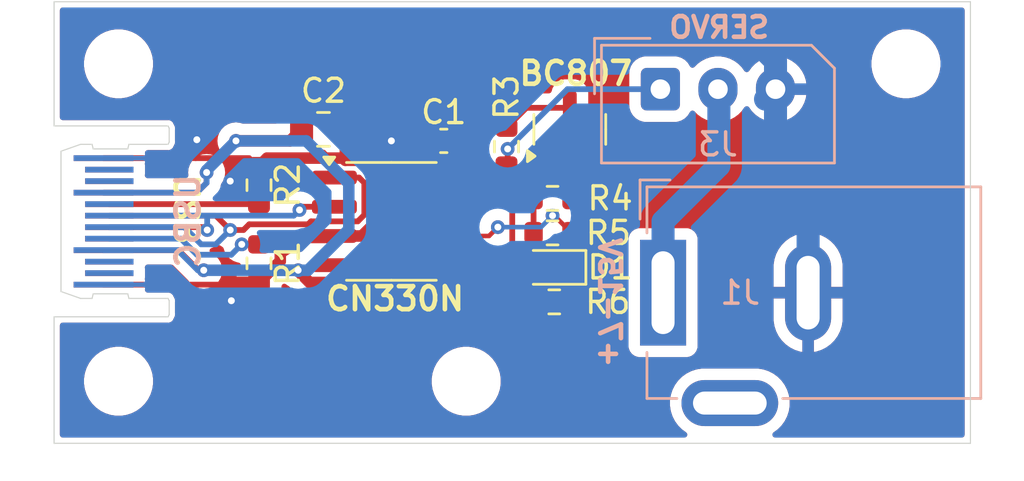
<source format=kicad_pcb>
(kicad_pcb (version 20240108) (generator "pcbnew") (generator_version "8.0")
  (layers (0 "F.Cu" signal) (31 "B.Cu" signal) (34 "B.Paste" user) (35 "F.Paste" user) (36 "B.SilkS" user "B.Silkscreen") (37 "F.SilkS" user "F.Silkscreen") (38 "B.Mask" user) (39 "F.Mask" user) (44 "Edge.Cuts" user))
  (net 0 "")
  (net 1 "Net-(U1-V3)")
  (net 2 "GND")
  (net 3 "Net-(Q1-B)")
  (net 4 "Net-(Q1-C)")
  (net 5 "+5V")
  (net 6 "Net-(J2-CC2)")
  (net 7 "Net-(J2-CC1)")
  (net 8 "Net-(D1-A)")
  (net 9 "Net-(D1-K)")
  (net 10 "Net-(U1-UD+)")
  (net 12 "Net-(U1-UD-)")
  (net 23 "+12V")
  (footprint "Resistor_SMD:R_0603_1608Metric" (layer "F.Cu") (at 165.75 84.25 180)
    (property "Reference" "R4" (at -2.5 0 180) (layer "F.SilkS"))
    (property "Value" "10K")
    (fp_line (start -0.237258 0.5225) (end 0.237258 0.5225) (stroke (width 0.12)) (layer "F.SilkS"))
    (fp_line (start -0.237258 -0.5225) (end 0.237258 -0.5225) (stroke (width 0.12)) (layer "F.SilkS"))
    (pad "1" smd roundrect (at -0.825 0 180) (size 0.8 0.95) (layers "F.Cu" "F.Paste" "F.Mask") (net 5 "+5V"))
    (pad "2" smd roundrect (at 0.825 0 180) (size 0.8 0.95) (layers "F.Cu" "F.Paste" "F.Mask") (net 3 "Net-(Q1-B)"))
  )
  (footprint "Resistor_SMD:R_0603_1608Metric" (layer "F.Cu") (at 165.75 85.75 180)
    (property "Reference" "R5" (at -2.425 0 180) (layer "F.SilkS"))
    (property "Value" "10K")
    (fp_line (start -0.237258 0.5225) (end 0.237258 0.5225) (stroke (width 0.12)) (layer "F.SilkS"))
    (fp_line (start -0.237258 -0.5225) (end 0.237258 -0.5225) (stroke (width 0.12)) (layer "F.SilkS"))
    (pad "1" smd roundrect (at -0.825 0 180) (size 0.8 0.95) (layers "F.Cu" "F.Paste" "F.Mask") (net 9 "Net-(D1-K)"))
    (pad "2" smd roundrect (at 0.825 0 180) (size 0.8 0.95) (layers "F.Cu" "F.Paste" "F.Mask") (net 3 "Net-(Q1-B)"))
  )
  (footprint "MountingHole:MountingHole_2.5mm" (layer "F.Cu") (at 146.9 92.2)
    (property "Reference" "H2" (hide yes))
    (property "Value" "MountingHole")
    (pad "" np_thru_hole circle (at 0 0) (size 2.5 2.5) (drill 2.5) (layers "*.Cu" "*.Mask"))
  )
  (footprint "Package_SO:SOIC-8_3.9x4.9mm_P1.27mm" (layer "F.Cu") (at 158.75 85.25)
    (property "Reference" "U1" (hide yes))
    (property "Value" "CH330N")
    (fp_line (start 0 -2.56) (end -1.95 -2.56) (stroke (width 0.12)) (layer "F.SilkS"))
    (fp_line (start 0 -2.56) (end 1.95 -2.56) (stroke (width 0.12)) (layer "F.SilkS"))
    (fp_line (start 0 2.56) (end -1.95 2.56) (stroke (width 0.12)) (layer "F.SilkS"))
    (fp_line (start 0 2.56) (end 1.95 2.56) (stroke (width 0.12)) (layer "F.SilkS"))
    (fp_poly (pts (xy -2.7 -2.465) (xy -2.94 -2.795) (xy -2.46 -2.795) (xy -2.7 -2.465)) (stroke (width 0.12)) (fill solid) (layer "F.SilkS"))
    (pad "1" smd roundrect (at -2.475 -1.905) (size 1.95 0.6) (layers "F.Cu" "F.Paste" "F.Mask") (net 10 "Net-(U1-UD+)"))
    (pad "2" smd roundrect (at -2.475 -0.635) (size 1.95 0.6) (layers "F.Cu" "F.Paste" "F.Mask") (net 12 "Net-(U1-UD-)"))
    (pad "3" smd roundrect (at -2.475 0.635) (size 1.95 0.6) (layers "F.Cu" "F.Paste" "F.Mask") (net 2 "GND"))
    (pad "4" smd roundrect (at -2.475 1.905) (size 1.95 0.6) (layers "F.Cu" "F.Paste" "F.Mask"))
    (pad "5" smd roundrect (at 2.475 1.905) (size 1.95 0.6) (layers "F.Cu" "F.Paste" "F.Mask") (net 5 "+5V"))
    (pad "6" smd roundrect (at 2.475 0.635) (size 1.95 0.6) (layers "F.Cu" "F.Paste" "F.Mask") (net 9 "Net-(D1-K)"))
    (pad "7" smd roundrect (at 2.475 -0.635) (size 1.95 0.6) (layers "F.Cu" "F.Paste" "F.Mask") (net 4 "Net-(Q1-C)"))
    (pad "8" smd roundrect (at 2.475 -1.905) (size 1.95 0.6) (layers "F.Cu" "F.Paste" "F.Mask") (net 1 "Net-(U1-V3)"))
  )
  (footprint "Resistor_SMD:R_0603_1608Metric" (layer "F.Cu") (at 165.825 88.75)
    (property "Reference" "R6" (at 2.325 0 0) (layer "F.SilkS"))
    (property "Value" "10K")
    (fp_line (start -0.237258 -0.5225) (end 0.237258 -0.5225) (stroke (width 0.12)) (layer "F.SilkS"))
    (fp_line (start -0.237258 0.5225) (end 0.237258 0.5225) (stroke (width 0.12)) (layer "F.SilkS"))
    (pad "1" smd roundrect (at -0.825 0) (size 0.8 0.95) (layers "F.Cu" "F.Paste" "F.Mask") (net 8 "Net-(D1-A)"))
    (pad "2" smd roundrect (at 0.825 0) (size 0.8 0.95) (layers "F.Cu" "F.Paste" "F.Mask") (net 5 "+5V"))
  )
  (footprint "Resistor_SMD:R_0603_1608Metric" (layer "F.Cu") (at 153 87.075 -90)
    (property "Reference" "R1" (at 0 -1.25 90) (layer "F.SilkS"))
    (property "Value" "10K")
    (fp_line (start -0.237258 0.5225) (end 0.237258 0.5225) (stroke (width 0.12)) (layer "F.SilkS"))
    (fp_line (start -0.237258 -0.5225) (end 0.237258 -0.5225) (stroke (width 0.12)) (layer "F.SilkS"))
    (pad "1" smd roundrect (at -0.825 0 270) (size 0.8 0.95) (layers "F.Cu" "F.Paste" "F.Mask") (net 6 "Net-(J2-CC2)"))
    (pad "2" smd roundrect (at 0.825 0 270) (size 0.8 0.95) (layers "F.Cu" "F.Paste" "F.Mask") (net 2 "GND"))
  )
  (footprint "Package_TO_SOT_SMD:SOT-23" (layer "F.Cu") (at 166.5 81.25 90)
    (property "Reference" "Q1" (hide yes))
    (property "Value" "BC807W")
    (fp_line (start 0 -1.56) (end 0.65 -1.56) (stroke (width 0.12)) (layer "F.SilkS"))
    (fp_line (start 0 -1.56) (end -0.65 -1.56) (stroke (width 0.12)) (layer "F.SilkS"))
    (fp_line (start 0 1.56) (end 0.65 1.56) (stroke (width 0.12)) (layer "F.SilkS"))
    (fp_line (start 0 1.56) (end -0.65 1.56) (stroke (width 0.12)) (layer "F.SilkS"))
    (fp_poly (pts (xy -1.1625 -1.51) (xy -1.4025 -1.84) (xy -0.9225 -1.84) (xy -1.1625 -1.51)) (stroke (width 0.12)) (fill solid) (layer "F.SilkS"))
    (pad "1" smd roundrect (at -0.9375 -0.95 90) (size 1.475 0.6) (layers "F.Cu" "F.Paste" "F.Mask") (net 3 "Net-(Q1-B)"))
    (pad "2" smd roundrect (at -0.9375 0.95 90) (size 1.475 0.6) (layers "F.Cu" "F.Paste" "F.Mask") (net 5 "+5V"))
    (pad "3" smd roundrect (at 0.9375 0 90) (size 1.475 0.6) (layers "F.Cu" "F.Paste" "F.Mask") (net 4 "Net-(Q1-C)"))
  )
  (footprint "MountingHole:MountingHole_2.5mm" (layer "F.Cu") (at 146.9 78.4)
    (property "Reference" "H1" (hide yes))
    (property "Value" "MountingHole")
    (pad "" np_thru_hole circle (at 0 0) (size 2.5 2.5) (drill 2.5) (layers "*.Cu" "*.Mask"))
  )
  (footprint "Diode_SMD:D_0603_1608Metric" (layer "F.Cu") (at 165.7125 87.25 180)
    (property "Reference" "D1" (at -2.5375 0 180) (layer "F.SilkS"))
    (property "Value" "D_Small")
    (fp_line (start 0.8 -0.735) (end -1.485 -0.735) (stroke (width 0.12)) (layer "F.SilkS"))
    (fp_line (start -1.485 0.735) (end 0.8 0.735) (stroke (width 0.12)) (layer "F.SilkS"))
    (fp_line (start -1.485 -0.735) (end -1.485 0.735) (stroke (width 0.12)) (layer "F.SilkS"))
    (pad "1" smd roundrect (at -0.7875 0 180) (size 0.875 0.95) (layers "F.Cu" "F.Paste" "F.Mask") (net 9 "Net-(D1-K)"))
    (pad "2" smd roundrect (at 0.7875 0 180) (size 0.875 0.95) (layers "F.Cu" "F.Paste" "F.Mask") (net 8 "Net-(D1-A)"))
  )
  (footprint "Capacitor_SMD:C_0805_2012Metric" (layer "F.Cu") (at 155.8 81.25)
    (property "Reference" "C2" (at 0 -1.68 0) (layer "F.SilkS"))
    (property "Value" "1uF")
    (fp_line (start -0.261252 -0.735) (end 0.261252 -0.735) (stroke (width 0.12)) (layer "F.SilkS"))
    (fp_line (start -0.261252 0.735) (end 0.261252 0.735) (stroke (width 0.12)) (layer "F.SilkS"))
    (pad "1" smd roundrect (at -0.95 0) (size 1 1.45) (layers "F.Cu" "F.Paste" "F.Mask") (net 5 "+5V"))
    (pad "2" smd roundrect (at 0.95 0) (size 1 1.45) (layers "F.Cu" "F.Paste" "F.Mask") (net 2 "GND"))
  )
  (footprint "Resistor_SMD:R_0603_1608Metric" (layer "F.Cu") (at 153 83.675 90)
    (property "Reference" "R2" (at 0 1.25 -90) (layer "F.SilkS"))
    (property "Value" "10K")
    (fp_line (start -0.237258 -0.5225) (end 0.237258 -0.5225) (stroke (width 0.12)) (layer "F.SilkS"))
    (fp_line (start -0.237258 0.5225) (end 0.237258 0.5225) (stroke (width 0.12)) (layer "F.SilkS"))
    (pad "1" smd roundrect (at -0.825 0 90) (size 0.8 0.95) (layers "F.Cu" "F.Paste" "F.Mask") (net 7 "Net-(J2-CC1)"))
    (pad "2" smd roundrect (at 0.825 0 90) (size 0.8 0.95) (layers "F.Cu" "F.Paste" "F.Mask") (net 2 "GND"))
  )
  (footprint "MountingHole:MountingHole_2.5mm" (layer "F.Cu") (at 181.1 78.4)
    (property "Reference" "H3" (hide yes))
    (property "Value" "MountingHole")
    (pad "" np_thru_hole circle (at 0 0) (size 2.5 2.5) (drill 2.5) (layers "*.Cu" "*.Mask"))
  )
  (footprint "MountingHole:MountingHole_2.5mm" (layer "F.Cu") (at 162 92.2)
    (property "Reference" "H4" (hide yes))
    (property "Value" "MountingHole")
    (pad "" np_thru_hole circle (at 0 0) (size 2.5 2.5) (drill 2.5) (layers "*.Cu" "*.Mask"))
  )
  (footprint "Capacitor_SMD:C_0603_1608Metric" (layer "F.Cu") (at 161.025 81.75 180)
    (property "Reference" "C1" (at 0 1.25 180) (layer "F.SilkS"))
    (property "Value" "100nF")
    (fp_line (start -0.14058 0.51) (end 0.14058 0.51) (stroke (width 0.12)) (layer "F.SilkS"))
    (fp_line (start -0.14058 -0.51) (end 0.14058 -0.51) (stroke (width 0.12)) (layer "F.SilkS"))
    (pad "1" smd roundrect (at -0.775 0 180) (size 0.9 0.95) (layers "F.Cu" "F.Paste" "F.Mask") (net 1 "Net-(U1-V3)"))
    (pad "2" smd roundrect (at 0.775 0 180) (size 0.9 0.95) (layers "F.Cu" "F.Paste" "F.Mask") (net 2 "GND"))
  )
  (footprint "Resistor_SMD:R_0603_1608Metric" (layer "F.Cu") (at 163.75 82 -90)
    (property "Reference" "R3" (at -2.15 0 90) (layer "F.SilkS"))
    (property "Value" "1K")
    (fp_line (start -0.237258 0.5225) (end 0.237258 0.5225) (stroke (width 0.12)) (layer "F.SilkS"))
    (fp_line (start -0.237258 -0.5225) (end 0.237258 -0.5225) (stroke (width 0.12)) (layer "F.SilkS"))
    (pad "1" smd roundrect (at -0.825 0 270) (size 0.8 0.95) (layers "F.Cu" "F.Paste" "F.Mask") (net 4 "Net-(Q1-C)"))
    (pad "2" smd roundrect (at 0.825 0 270) (size 0.8 0.95) (layers "F.Cu" "F.Paste" "F.Mask") (net 8 "Net-(D1-A)"))
  )
  (footprint "dev-board-tech:USB-C_PCB_Female" (layer "F.Cu") (at 146.25 85.25 -90)
    (property "Reference" "J2" (hide yes))
    (property "Value" "USB_C_Receptacle_PCB")
    (pad "A1" smd rect (at -2.75 0 270) (size 0.25 2.6) (layers "F.Cu" "F.Paste" "F.Mask") (net 2 "GND"))
    (pad "A2" smd rect (at -2.25 -0.25 270) (size 0.25 2.1) (layers "F.Cu" "F.Paste" "F.Mask"))
    (pad "A3" smd rect (at -1.75 -0.25 270) (size 0.25 2.1) (layers "F.Cu" "F.Paste" "F.Mask"))
    (pad "A4" smd rect (at -1.25 0 270) (size 0.25 2.6) (layers "F.Cu" "F.Paste" "F.Mask") (net 5 "+5V"))
    (pad "A5" smd rect (at -0.75 -0.25 270) (size 0.25 2.1) (layers "F.Cu" "F.Paste" "F.Mask") (net 7 "Net-(J2-CC1)"))
    (pad "A6" smd rect (at -0.25 -0.25 270) (size 0.25 2.1) (layers "F.Cu" "F.Paste" "F.Mask") (net 10 "Net-(U1-UD+)"))
    (pad "A7" smd rect (at 0.25 -0.25 270) (size 0.25 2.1) (layers "F.Cu" "F.Paste" "F.Mask") (net 12 "Net-(U1-UD-)"))
    (pad "A8" smd rect (at 0.75 -0.25 270) (size 0.25 2.1) (layers "F.Cu" "F.Paste" "F.Mask"))
    (pad "A9" smd rect (at 1.25 0 270) (size 0.25 2.6) (layers "F.Cu" "F.Paste" "F.Mask") (net 5 "+5V"))
    (pad "A10" smd rect (at 1.75 -0.25 270) (size 0.25 2.1) (layers "F.Cu" "F.Paste" "F.Mask"))
    (pad "A11" smd rect (at 2.25 -0.25 270) (size 0.25 2.1) (layers "F.Cu" "F.Paste" "F.Mask"))
    (pad "A12" smd rect (at 2.75 0 270) (size 0.25 2.6) (layers "F.Cu" "F.Paste" "F.Mask") (net 2 "GND"))
    (pad "B1" smd rect (at 2.75 0 90) (size 0.25 2.6) (layers "B.Cu" "B.Paste" "B.Mask") (net 2 "GND"))
    (pad "B2" smd rect (at 2.25 -0.25 90) (size 0.25 2.1) (layers "B.Cu" "B.Paste" "B.Mask"))
    (pad "B3" smd rect (at 1.75 -0.25 90) (size 0.25 2.1) (layers "B.Cu" "B.Paste" "B.Mask"))
    (pad "B4" smd rect (at 1.25 0 90) (size 0.25 2.6) (layers "B.Cu" "B.Paste" "B.Mask") (net 5 "+5V"))
    (pad "B5" smd rect (at 0.75 -0.25 90) (size 0.25 2.1) (layers "B.Cu" "B.Paste" "B.Mask") (net 6 "Net-(J2-CC2)"))
    (pad "B6" smd rect (at 0.25 -0.25 90) (size 0.25 2.1) (layers "B.Cu" "B.Paste" "B.Mask") (net 10 "Net-(U1-UD+)"))
    (pad "B7" smd rect (at -0.25 -0.25 90) (size 0.25 2.1) (layers "B.Cu" "B.Paste" "B.Mask") (net 12 "Net-(U1-UD-)"))
    (pad "B8" smd rect (at -0.75 -0.25 90) (size 0.25 2.1) (layers "B.Cu" "B.Paste" "B.Mask"))
    (pad "B9" smd rect (at -1.25 0 90) (size 0.25 2.6) (layers "B.Cu" "B.Paste" "B.Mask") (net 5 "+5V"))
    (pad "B10" smd rect (at -1.75 -0.25 90) (size 0.25 2.1) (layers "B.Cu" "B.Paste" "B.Mask"))
    (pad "B11" smd rect (at -2.25 -0.25 90) (size 0.25 2.1) (layers "B.Cu" "B.Paste" "B.Mask"))
    (pad "B12" smd rect (at -2.75 0 90) (size 0.25 2.6) (layers "B.Cu" "B.Paste" "B.Mask") (net 2 "GND"))
  )
  (footprint "Connector_Molex:Molex_SPOX_5267-03A_1x03_P2.50mm_Vertical" (layer "B.Cu") (at 170.434 79.502)
    (property "Reference" "J3" (at 2.5 2.4 360) (layer "B.SilkS") (effects (justify mirror)))
    (property "Value" "Conn_01x03")
    (fp_line (start -2.86 -2.21) (end -2.86 0.2) (stroke (width 0.12)) (layer "B.SilkS"))
    (fp_line (start -2.56 -1.91) (end -2.56 3.21) (stroke (width 0.12)) (layer "B.SilkS"))
    (fp_line (start -2.56 3.21) (end 7.56 3.21) (stroke (width 0.12)) (layer "B.SilkS"))
    (fp_line (start -0.45 -2.21) (end -2.86 -2.21) (stroke (width 0.12)) (layer "B.SilkS"))
    (fp_line (start 6.56 -1.91) (end -2.56 -1.91) (stroke (width 0.12)) (layer "B.SilkS"))
    (fp_line (start 7.56 -0.91) (end 6.56 -1.91) (stroke (width 0.12)) (layer "B.SilkS"))
    (fp_line (start 7.56 3.21) (end 7.56 -0.91) (stroke (width 0.12)) (layer "B.SilkS"))
    (pad "1" thru_hole roundrect (at 0 0) (size 1.7 1.85) (drill 0.85) (layers "*.Cu" "*.Mask") (roundrect_rratio 0.147059) (net 8 "Net-(D1-A)"))
    (pad "2" thru_hole oval (at 2.5 0) (size 1.7 1.85) (drill 0.85) (layers "*.Cu" "*.Mask") (net 23 "+12V"))
    (pad "3" thru_hole oval (at 5 0) (size 1.7 1.85) (drill 0.85) (layers "*.Cu" "*.Mask") (net 2 "GND"))
  )
  (footprint "Connector_BarrelJack:BarrelJack_GCT_DCJ200-10-A_Horizontal" (layer "B.Cu") (at 170.55 88.35 -90)
    (property "Reference" "J1" (at 0 -3.35 180) (layer "B.SilkS") (effects (justify mirror)))
    (property "Value" "Barrel_Jack_Switch")
    (fp_line (start -4.9 1) (end -3.2 1) (stroke (width 0.12)) (layer "B.SilkS"))
    (fp_line (start -4.6 0.7) (end -4.6 -13.8) (stroke (width 0.12)) (layer "B.SilkS"))
    (fp_line (start -2.6 0.7) (end -4.6 0.7) (stroke (width 0.12)) (layer "B.SilkS"))
    (fp_line (start 4.6 0.7) (end 2.6 0.7) (stroke (width 0.12)) (layer "B.SilkS"))
    (fp_line (start -4.9 -0.3) (end -4.9 1) (stroke (width 0.12)) (layer "B.SilkS"))
    (fp_line (start 4.6 -0.6) (end 4.6 0.7) (stroke (width 0.12)) (layer "B.SilkS"))
    (fp_line (start -4.6 -13.8) (end 4.6 -13.8) (stroke (width 0.12)) (layer "B.SilkS"))
    (fp_line (start 4.6 -13.8) (end 4.6 -5.2) (stroke (width 0.12)) (layer "B.SilkS"))
    (pad "1" thru_hole rect (at 0 0 270) (size 4.6 2) (drill oval 3.6 1) (layers "*.Cu" "*.Mask") (net 23 "+12V"))
    (pad "2" thru_hole oval (at 0 -6.3 270) (size 4.2 2) (drill oval 3.2 1) (layers "*.Cu" "*.Mask") (net 2 "GND"))
    (pad "3" thru_hole oval (at 4.8 -2.9 270) (size 2 4.2) (drill oval 1 3.2) (layers "*.Cu" "*.Mask"))
  )
  (gr_line (start 183.9 94.9) (end 144.1 94.9) (stroke (width 0.05)) (layer "Edge.Cuts"))
  (gr_line (start 144.1 81.1) (end 144.1 75.7) (stroke (width 0.05)) (layer "Edge.Cuts"))
  (gr_line (start 144.1 75.7) (end 183.9 75.7) (stroke (width 0.05)) (layer "Edge.Cuts"))
  (gr_line (start 144.4 82.2) (end 144.4 88.3) (stroke (width 0.05)) (layer "Edge.Cuts"))
  (gr_line (start 145.75 81.9) (end 145.25 81.9) (stroke (width 0.05)) (layer "Edge.Cuts"))
  (gr_line (start 183.9 75.7) (end 183.9 94.9) (stroke (width 0.05)) (layer "Edge.Cuts"))
  (gr_line (start 144.1 81.1) (end 149.05 81.1) (stroke (width 0.05)) (layer "Edge.Cuts"))
  (gr_line (start 149.1 81.8) (end 149.05 81.9) (stroke (width 0.05)) (layer "Edge.Cuts"))
  (gr_line (start 149.05 88.6) (end 149.1 88.7) (stroke (width 0.05)) (layer "Edge.Cuts"))
  (gr_line (start 145.25 88.6) (end 145.75 88.6) (stroke (width 0.05)) (layer "Edge.Cuts"))
  (gr_line (start 149.1 81.2) (end 149.1 81.8) (stroke (width 0.05)) (layer "Edge.Cuts"))
  (gr_line (start 149.05 89.4) (end 144.1 89.4) (stroke (width 0.05)) (layer "Edge.Cuts"))
  (gr_line (start 147.35 88.6) (end 149.05 88.6) (stroke (width 0.05)) (layer "Edge.Cuts"))
  (gr_line (start 147.3 82.1) (end 145.8 82.1) (stroke (width 0.05)) (layer "Edge.Cuts"))
  (gr_line (start 147.35 81.9) (end 147.3 82.1) (stroke (width 0.05)) (layer "Edge.Cuts"))
  (gr_line (start 149.05 81.1) (end 149.1 81.2) (stroke (width 0.05)) (layer "Edge.Cuts"))
  (gr_line (start 144.1 94.9) (end 144.1 89.4) (stroke (width 0.05)) (layer "Edge.Cuts"))
  (gr_line (start 145.8 82.1) (end 145.75 81.9) (stroke (width 0.05)) (layer "Edge.Cuts"))
  (gr_line (start 147.3 88.4) (end 147.35 88.6) (stroke (width 0.05)) (layer "Edge.Cuts"))
  (gr_line (start 149.1 89.3) (end 149.05 89.4) (stroke (width 0.05)) (layer "Edge.Cuts"))
  (gr_line (start 149.1 88.7) (end 149.1 89.3) (stroke (width 0.05)) (layer "Edge.Cuts"))
  (gr_line (start 145.75 88.6) (end 145.8 88.4) (stroke (width 0.05)) (layer "Edge.Cuts"))
  (gr_line (start 145.25 81.9) (end 144.4 82.2) (stroke (width 0.05)) (layer "Edge.Cuts"))
  (gr_line (start 144.4 88.3) (end 145.25 88.6) (stroke (width 0.05)) (layer "Edge.Cuts"))
  (gr_line (start 145.8 88.4) (end 147.3 88.4) (stroke (width 0.05)) (layer "Edge.Cuts"))
  (gr_line (start 149.05 81.9) (end 147.35 81.9) (stroke (width 0.05)) (layer "Edge.Cuts"))
  (gr_text "SERVO" (at 175.26 77.343 0) (layer "B.SilkS") (effects (font (size 0.9 0.9) (thickness 0.2) (bold yes)) (justify left bottom mirror)))
  (gr_text "USBC" (at 150.5 83.1 90) (layer "B.SilkS") (effects (font (size 1 1) (thickness 0.2) (bold yes)) (justify left bottom mirror)))
  (gr_text "+7-15V" (at 167.7 91.7 -90) (layer "B.SilkS") (effects (font (size 0.9 0.9) (thickness 0.2) (bold yes)) (justify left bottom mirror)))
  (gr_text "CN330N" (at 155.8 89.2 0) (layer "F.SilkS") (effects (font (size 1 1) (thickness 0.2) (bold yes)) (justify left bottom)))
  (gr_text "BC807" (at 164.2 79.4 0) (layer "F.SilkS") (effects (font (size 1 1) (thickness 0.2) (bold yes)) (justify left bottom)))
  (gr_text "USBC" (at 149.25 83.1 -90) (layer "F.SilkS") (effects (font (size 1 1) (thickness 0.2) (bold yes)) (justify left bottom)))
  (segment (start 162 81.95) (end 161.8 81.75) (width 0.5) (layer "F.Cu") (net 1))
  (segment (start 161.225 83.345) (end 162 82.57) (width 0.5) (layer "F.Cu") (net 1))
  (segment (start 162 82.57) (end 162 81.95) (width 0.5) (layer "F.Cu") (net 1))
  (segment (start 154.247017 85.952983) (end 156.207017 85.952983) (width 0.5) (layer "F.Cu") (net 2))
  (segment (start 158.15 85.204081) (end 158.15 83) (width 0.5) (layer "F.Cu") (net 2))
  (segment (start 157.745 82.595) (end 158.15 83) (width 0.5) (layer "F.Cu") (net 2))
  (segment (start 150.25 81.75) (end 150.25 82.5) (width 0.2) (layer "F.Cu") (net 2))
  (segment (start 156.75 82.5) (end 156.75 82.595) (width 0.5) (layer "F.Cu") (net 2))
  (segment (start 151.75 88.65) (end 151.75 88) (width 0.2) (layer "F.Cu") (net 2))
  (segment (start 153 82.85) (end 153.35 82.5) (width 0.5) (layer "F.Cu") (net 2))
  (segment (start 158.75 81.75) (end 160.25 81.75) (width 0.5) (layer "F.Cu") (net 2))
  (segment (start 156.207017 85.952983) (end 156.275 85.885) (width 0.5) (layer "F.Cu") (net 2))
  (segment (start 150.25 82.5) (end 152.575 82.5) (width 0.25) (layer "F.Cu") (net 2))
  (segment (start 150.3 81.7) (end 150.25 81.75) (width 0.2) (layer "F.Cu") (net 2))
  (segment (start 156.275 85.885) (end 157.469081 85.885) (width 0.5) (layer "F.Cu") (net 2))
  (segment (start 152.825 88) (end 153 87.825) (width 0.25) (layer "F.Cu") (net 2))
  (segment (start 153.35 82.5) (end 156.75 82.5) (width 0.5) (layer "F.Cu") (net 2))
  (segment (start 153.925 86.275) (end 154.247017 85.952983) (width 0.5) (layer "F.Cu") (net 2))
  (segment (start 151.75 88) (end 152.825 88) (width 0.25) (layer "F.Cu") (net 2))
  (segment (start 151.8 88.7) (end 151.75 88.65) (width 0.2) (layer "F.Cu") (net 2))
  (segment (start 157.469081 85.885) (end 158.15 85.204081) (width 0.5) (layer "F.Cu") (net 2))
  (segment (start 146.25 88) (end 151.75 88) (width 0.25) (layer "F.Cu") (net 2))
  (segment (start 153.925 86.975) (end 153.925 86.275) (width 0.5) (layer "F.Cu") (net 2))
  (segment (start 146.25 82.5) (end 150.25 82.5) (width 0.25) (layer "F.Cu") (net 2))
  (segment (start 158.15 83) (end 158.15 82.35) (width 0.5) (layer "F.Cu") (net 2))
  (segment (start 156.75 82.595) (end 157.745 82.595) (width 0.5) (layer "F.Cu") (net 2))
  (segment (start 156.75 81.25) (end 156.75 82.5) (width 0.5) (layer "F.Cu") (net 2))
  (segment (start 153 87.9) (end 153.925 86.975) (width 0.5) (layer "F.Cu") (net 2))
  (segment (start 158.15 82.35) (end 158.75 81.75) (width 0.5) (layer "F.Cu") (net 2))
  (via (at 158.75 81.75) (size 0.6) (drill 0.3) (layers "F.Cu" "B.Cu") (net 2))
  (via (at 150.3 81.7) (size 0.6) (drill 0.3) (layers "F.Cu" "B.Cu") (net 2))
  (via (at 151.8 88.7) (size 0.6) (drill 0.3) (layers "F.Cu" "B.Cu") (net 2))
  (via (at 151.75 83.5) (size 0.6) (drill 0.3) (layers "F.Cu" "B.Cu") (net 2))
  (segment (start 149.1 82.5) (end 146.25 82.5) (width 0.2) (layer "B.Cu") (net 2))
  (segment (start 149.644975 88.7) (end 148.944975 88) (width 0.2) (layer "B.Cu") (net 2))
  (segment (start 174.625 77.47) (end 175.434 78.279) (width 1) (layer "B.Cu") (net 2))
  (segment (start 175 79.936) (end 175.434 79.502) (width 1) (layer "B.Cu") (net 2))
  (segment (start 150.3 81.7) (end 149.9 81.7) (width 0.2) (layer "B.Cu") (net 2))
  (segment (start 175.434 83.634) (end 176.85 85.05) (width 1) (layer "B.Cu") (net 2))
  (segment (start 163.03 77.47) (end 174.625 77.47) (width 1) (layer "B.Cu") (net 2))
  (segment (start 148.944975 88) (end 146.25 88) (width 0.2) (layer "B.Cu") (net 2))
  (segment (start 158.75 81.75) (end 163.03 77.47) (width 1) (layer "B.Cu") (net 2))
  (segment (start 151.8 88.7) (end 149.644975 88.7) (width 0.2) (layer "B.Cu") (net 2))
  (segment (start 175.434 79.502) (end 175.434 83.634) (width 1) (layer "B.Cu") (net 2))
  (segment (start 149.9 81.7) (end 149.1 82.5) (width 0.2) (layer "B.Cu") (net 2))
  (segment (start 176.85 85.05) (end 176.85 88.35) (width 1) (layer "B.Cu") (net 2))
  (segment (start 175.434 78.279) (end 175.434 79.502) (width 1) (layer "B.Cu") (net 2))
  (segment (start 165.55 82.1875) (end 165.55 83.625) (width 0.2) (layer "F.Cu") (net 3))
  (segment (start 164.925 84.25) (end 164.925 85.75) (width 0.25) (layer "F.Cu") (net 3))
  (segment (start 165.55 83.625) (end 164.925 84.25) (width 0.2) (layer "F.Cu") (net 3))
  (segment (start 160.2 82.55) (end 160.709052 82.55) (width 0.25) (layer "F.Cu") (net 4))
  (segment (start 163.75 81.175) (end 164.6125 80.3125) (width 0.25) (layer "F.Cu") (net 4))
  (segment (start 160.709052 82.55) (end 161.025 82.234052) (width 0.25) (layer "F.Cu") (net 4))
  (segment (start 164.6125 80.3125) (end 166.5 80.3125) (width 0.25) (layer "F.Cu") (net 4))
  (segment (start 161.025 81.265948) (end 161.340948 80.95) (width 0.25) (layer "F.Cu") (net 4))
  (segment (start 159.925 82.825) (end 160.2 82.55) (width 0.25) (layer "F.Cu") (net 4))
  (segment (start 161.025 82.234052) (end 161.025 81.265948) (width 0.25) (layer "F.Cu") (net 4))
  (segment (start 161.225 84.615) (end 160.250001 84.615) (width 0.25) (layer "F.Cu") (net 4))
  (segment (start 160.250001 84.615) (end 159.925 84.289999) (width 0.25) (layer "F.Cu") (net 4))
  (segment (start 159.925 84.289999) (end 159.925 82.825) (width 0.25) (layer "F.Cu") (net 4))
  (segment (start 161.340948 80.95) (end 163.525 80.95) (width 0.25) (layer "F.Cu") (net 4))
  (segment (start 163.525 80.95) (end 163.75 81.175) (width 0.25) (layer "F.Cu") (net 4))
  (segment (start 166.65 88.75) (end 167.3 88.1) (width 0.25) (layer "F.Cu") (net 5))
  (segment (start 150.375 87.375) (end 149.5 86.5) (width 0.25) (layer "F.Cu") (net 5))
  (segment (start 164.52522 89.675) (end 164.0375 89.18728) (width 0.5) (layer "F.Cu") (net 5))
  (segment (start 166.575 84.25) (end 166.75 84.25) (width 0.25) (layer "F.Cu") (net 5))
  (segment (start 149.5 86.5) (end 146.25 86.5) (width 0.25) (layer "F.Cu") (net 5))
  (segment (start 155.197316 87.905) (end 158.395 87.905) (width 0.5) (layer "F.Cu") (net 5))
  (segment (start 154.85 81.25) (end 154.35 81.75) (width 0.5) (layer "F.Cu") (net 5))
  (segment (start 167.3 84.975) (end 166.575 84.25) (width 0.25) (layer "F.Cu") (net 5))
  (segment (start 158.395 87.905) (end 159.1 87.2) (width 0.5) (layer "F.Cu") (net 5))
  (segment (start 166.65 88.75) (end 165.725 89.675) (width 0.5) (layer "F.Cu") (net 5))
  (segment (start 166.75 84.25) (end 167.45 83.55) (width 0.25) (layer "F.Cu") (net 5))
  (segment (start 163.655 87.155) (end 161.225 87.155) (width 0.5) (layer "F.Cu") (net 5))
  (segment (start 167.45 83.55) (end 167.45 82.1875) (width 0.25) (layer "F.Cu") (net 5))
  (segment (start 164.0375 89.18728) (end 164.0375 87.5375) (width 0.5) (layer "F.Cu") (net 5))
  (segment (start 154.7 87.407684) (end 155.197316 87.905) (width 0.5) (layer "F.Cu") (net 5))
  (segment (start 150.3 84) (end 146.25 84) (width 0.25) (layer "F.Cu") (net 5))
  (segment (start 167.3 88.1) (end 167.3 84.975) (width 0.25) (layer "F.Cu") (net 5))
  (segment (start 159.1 87.2) (end 161.18 87.2) (width 0.5) (layer "F.Cu") (net 5))
  (segment (start 164.0375 87.5375) (end 163.655 87.155) (width 0.5) (layer "F.Cu") (net 5))
  (segment (start 150.725 83.125) (end 150.725 83.575) (width 0.25) (layer "F.Cu") (net 5))
  (segment (start 154.7 87.375) (end 154.7 87.407684) (width 0.5) (layer "F.Cu") (net 5))
  (segment (start 150.6 87.375) (end 150.375 87.375) (width 0.25) (layer "F.Cu") (net 5))
  (segment (start 150.725 83.575) (end 150.3 84) (width 0.25) (layer "F.Cu") (net 5))
  (segment (start 161.18 87.2) (end 161.225 87.155) (width 0.5) (layer "F.Cu") (net 5))
  (segment (start 154.35 81.75) (end 152 81.75) (width 0.5) (layer "F.Cu") (net 5))
  (segment (start 165.725 89.675) (end 164.52522 89.675) (width 0.5) (layer "F.Cu") (net 5))
  (segment (start 166.65 84.175) (end 166.575 84.25) (width 0.25) (layer "F.Cu") (net 5))
  (via (at 150.725 83.125) (size 0.6) (drill 0.3) (layers "F.Cu" "B.Cu") (net 5))
  (via (at 150.6 87.375) (size 0.6) (drill 0.3) (layers "F.Cu" "B.Cu") (net 5))
  (via (at 154.7 87.375) (size 0.6) (drill 0.3) (layers "F.Cu" "B.Cu") (net 5))
  (via (at 152 81.75) (size 0.6) (drill 0.3) (layers "F.Cu" "B.Cu") (net 5))
  (segment (start 150.725 83.575) (end 150.3 84) (width 0.25) (layer "B.Cu") (net 5))
  (segment (start 150.6 87.375) (end 150.343324 87.375) (width 0.25) (layer "B.Cu") (net 5))
  (segment (start 156.9 85.6) (end 156.9 83.6) (width 0.5) (layer "B.Cu") (net 5))
  (segment (start 155.125 87.375) (end 156.9 85.6) (width 0.5) (layer "B.Cu") (net 5))
  (segment (start 150.3 84) (end 146.25 84) (width 0.25) (layer "B.Cu") (net 5))
  (segment (start 150.343324 87.375) (end 149.468324 86.5) (width 0.25) (layer "B.Cu") (net 5))
  (segment (start 154.7 87.375) (end 153.59978 87.375) (width 0.5) (layer "B.Cu") (net 5))
  (segment (start 149.468324 86.5) (end 146.25 86.5) (width 0.25) (layer "B.Cu") (net 5))
  (segment (start 150.725 83.025) (end 152 81.75) (width 0.5) (layer "B.Cu") (net 5))
  (segment (start 150.725 83.125) (end 150.725 83.575) (width 0.25) (layer "B.Cu") (net 5))
  (segment (start 150.725 83.125) (end 150.725 83.025) (width 0.5) (layer "B.Cu") (net 5))
  (segment (start 150.6 87.375) (end 153.59978 87.375) (width 0.5) (layer "B.Cu") (net 5))
  (segment (start 156.9 83.6) (end 155.05 81.75) (width 0.5) (layer "B.Cu") (net 5))
  (segment (start 153.59978 87.375) (end 155.125 87.375) (width 0.5) (layer "B.Cu") (net 5))
  (segment (start 155.05 81.75) (end 152 81.75) (width 0.5) (layer "B.Cu") (net 5))
  (segment (start 153 86.5) (end 153 86.175) (width 0.25) (layer "F.Cu") (net 6))
  (segment (start 153 86.25) (end 152.25 86.25) (width 0.25) (layer "F.Cu") (net 6))
  (via (at 152.25 86.25) (size 0.6) (drill 0.3) (layers "F.Cu" "B.Cu") (net 6))
  (segment (start 146.5 86) (end 149.60472 86) (width 0.25) (layer "B.Cu") (net 6))
  (segment (start 151.8 86.7) (end 152.25 86.25) (width 0.25) (layer "B.Cu") (net 6))
  (segment (start 150.30472 86.7) (end 151.8 86.7) (width 0.25) (layer "B.Cu") (net 6))
  (segment (start 149.60472 86) (end 150.30472 86.7) (width 0.25) (layer "B.Cu") (net 6))
  (segment (start 146.5 84.5) (end 153 84.5) (width 0.25) (layer "F.Cu") (net 7))
  (segment (start 163.8 82.775) (end 163.75 82.825) (width 0.25) (layer "F.Cu") (net 8))
  (segment (start 163.8 82.1) (end 163.8 82.775) (width 0.25) (layer "F.Cu") (net 8))
  (segment (start 164 86.325) (end 164.925 87.25) (width 0.25) (layer "F.Cu") (net 8))
  (segment (start 163.75 82.825) (end 164 83.075) (width 0.25) (layer "F.Cu") (net 8))
  (segment (start 164.925 87.25) (end 164.925 88.675) (width 0.25) (layer "F.Cu") (net 8))
  (segment (start 164.925 88.675) (end 165 88.75) (width 0.25) (layer "F.Cu") (net 8))
  (segment (start 164 83.075) (end 164 86.325) (width 0.25) (layer "F.Cu") (net 8))
  (via (at 163.8 82.1) (size 0.6) (drill 0.3) (layers "F.Cu" "B.Cu") (net 8))
  (segment (start 166.398 79.502) (end 170.434 79.502) (width 0.25) (layer "B.Cu") (net 8))
  (segment (start 163.8 82.1) (end 166.398 79.502) (width 0.25) (layer "B.Cu") (net 8))
  (segment (start 165.75 85) (end 165.825 85) (width 0.2) (layer "F.Cu") (net 9))
  (segment (start 161.225 85.885) (end 162.99 85.885) (width 0.2) (layer "F.Cu") (net 9))
  (segment (start 165.825 85) (end 166.575 85.75) (width 0.2) (layer "F.Cu") (net 9))
  (segment (start 166.575 87.175) (end 166.5 87.25) (width 0.25) (layer "F.Cu") (net 9))
  (segment (start 166.575 85.75) (end 166.575 87.175) (width 0.25) (layer "F.Cu") (net 9))
  (segment (start 162.99 85.885) (end 163.375 85.5) (width 0.2) (layer "F.Cu") (net 9))
  (via (at 163.375 85.5) (size 0.6) (drill 0.3) (layers "F.Cu" "B.Cu") (net 9))
  (via (at 165.75 85) (size 0.6) (drill 0.3) (layers "F.Cu" "B.Cu") (net 9))
  (segment (start 163.375 85.5) (end 165.25 85.5) (width 0.2) (layer "B.Cu") (net 9))
  (segment (start 165.25 85.5) (end 165.75 85) (width 0.2) (layer "B.Cu") (net 9))
  (segment (start 157.345 83.345) (end 156.275 83.345) (width 0.25) (layer "F.Cu") (net 10))
  (segment (start 157.290908 85.25) (end 157.575 84.965908) (width 0.25) (layer "F.Cu") (net 10))
  (segment (start 157.575 83.575) (end 157.345 83.345) (width 0.25) (layer "F.Cu") (net 10))
  (segment (start 157.575 84.965908) (end 157.575 83.575) (width 0.25) (layer "F.Cu") (net 10))
  (segment (start 155.131109 85.377983) (end 155.259092 85.25) (width 0.25) (layer "F.Cu") (net 10))
  (segment (start 155.259092 85.25) (end 157.290908 85.25) (width 0.25) (layer "F.Cu") (net 10))
  (segment (start 151.125 85) (end 151.75 85.625) (width 0.25) (layer "F.Cu") (net 10))
  (segment (start 151.75 85.625) (end 152.326996 85.625) (width 0.25) (layer "F.Cu") (net 10))
  (segment (start 146.5 85) (end 151.125 85) (width 0.25) (layer "F.Cu") (net 10))
  (segment (start 152.574013 85.377983) (end 155.131109 85.377983) (width 0.25) (layer "F.Cu") (net 10))
  (segment (start 152.326996 85.625) (end 152.574013 85.377983) (width 0.25) (layer "F.Cu") (net 10))
  (via (at 151.75 85.625) (size 0.6) (drill 0.3) (layers "F.Cu" "B.Cu") (net 10))
  (segment (start 151.125 86.25) (end 151.75 85.625) (width 0.25) (layer "B.Cu") (net 10))
  (segment (start 146.5 85.5) (end 149.75 85.5) (width 0.25) (layer "B.Cu") (net 10))
  (segment (start 149.75 85.5) (end 150.125 85.875) (width 0.25) (layer "B.Cu") (net 10))
  (segment (start 150.125 85.883884) (end 150.491116 86.25) (width 0.25) (layer "B.Cu") (net 10))
  (segment (start 150.491116 86.25) (end 151.125 86.25) (width 0.25) (layer "B.Cu") (net 10))
  (segment (start 150.125 85.875) (end 150.125 85.883884) (width 0.25) (layer "B.Cu") (net 10))
  (segment (start 156.275 84.615) (end 154.896932 84.615) (width 0.25) (layer "F.Cu") (net 12))
  (segment (start 150.625 85.5) (end 150.75 85.625) (width 0.25) (layer "F.Cu") (net 12))
  (segment (start 154.896932 84.615) (end 154.758949 84.752983) (width 0.25) (layer "F.Cu") (net 12))
  (segment (start 146.5 85.5) (end 150.625 85.5) (width 0.25) (layer "F.Cu") (net 12))
  (via (at 150.75 85.625) (size 0.6) (drill 0.3) (layers "F.Cu" "B.Cu") (net 12))
  (via (at 154.758949 84.752983) (size 0.6) (drill 0.3) (layers "F.Cu" "B.Cu") (net 12))
  (segment (start 150.75 85.625) (end 150.75 85) (width 0.25) (layer "B.Cu") (net 12))
  (segment (start 154.511932 85) (end 154.758949 84.752983) (width 0.25) (layer "B.Cu") (net 12))
  (segment (start 150.75 85) (end 154.511932 85) (width 0.25) (layer "B.Cu") (net 12))
  (segment (start 146.5 85) (end 150.75 85) (width 0.25) (layer "B.Cu") (net 12))
  (segment (start 170.55 85.25) (end 172.974 82.826) (width 1) (layer "B.Cu") (net 23))
  (segment (start 170.55 88.35) (end 170.55 85.25) (width 1) (layer "B.Cu") (net 23))
  (segment (start 172.974 82.826) (end 172.974 79.542) (width 1) (layer "B.Cu") (net 23))
  (segment (start 172.974 79.542) (end 172.934 79.502) (width 1) (layer "B.Cu") (net 23))
  (zone (net 2) (net_name "GND") (layers "F&B.Cu") (connect_pads (clearance 0.5)) (min_thickness 0.25) (fill yes (thermal_gap 0.5) (thermal_bridge_width 0.5))
    (polygon (pts (xy 144.15 75.65) (xy 144.15 94.95) (xy 183.85 94.95) (xy 183.85 75.65)))
  )
)
</source>
